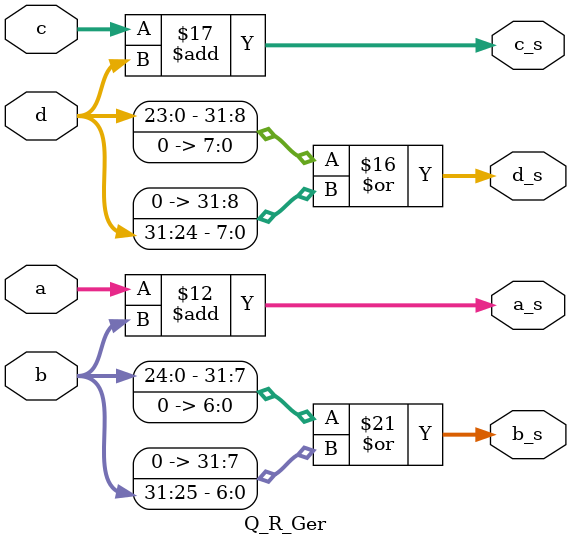
<source format=v>
module Q_R_Ger (a_s,b_s,c_s,d_s,a,b,c,d) ;
parameter num_bits=32;
output reg [num_bits -1:0] a_s,b_s,c_s,d_s;
input [num_bits -1:0] a,b,c,d;
always 
begin
	 a_s = a+ b;
	 d_s = d ^ a;
	 d_s = (((d) << (16)) | ((d) >> ( 16)));
    c_s = c + d;
	 b_s = b ^ c;
	 b_s = (((b) << (12)) | ((b) >> ( 20)));
    a_s = a+ b;
	 d_s = d ^ a;
	 d_s = (((d) << (8)) | ((d) >> ( 24)));
    c_s = c + d;
	 b_s = b ^ c;
	 b_s = (((b) << (7)) | ((b) >> ( 25))) ;
end
endmodule
</source>
